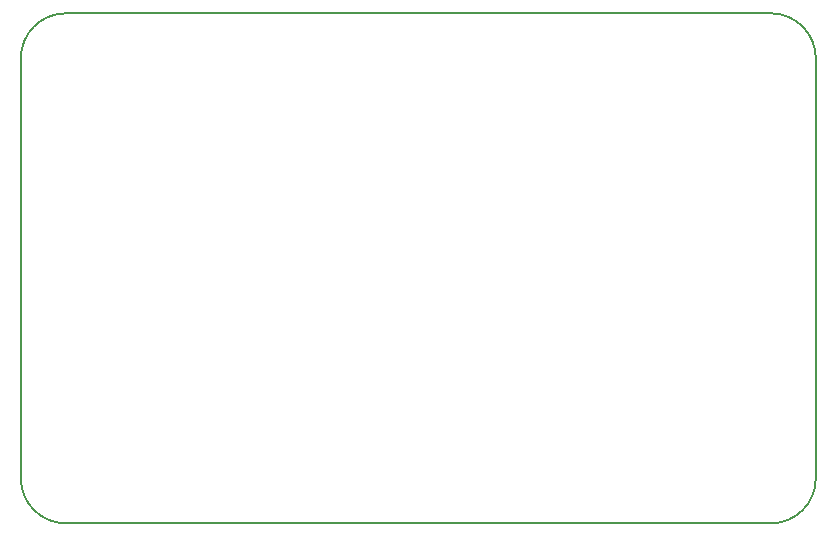
<source format=gbr>
G04 #@! TF.GenerationSoftware,KiCad,Pcbnew,(5.1.4-0-10_14)*
G04 #@! TF.CreationDate,2019-09-24T21:23:23-07:00*
G04 #@! TF.ProjectId,CCS_Load_x2,4343535f-4c6f-4616-945f-78322e6b6963,2.0*
G04 #@! TF.SameCoordinates,Original*
G04 #@! TF.FileFunction,Profile,NP*
%FSLAX46Y46*%
G04 Gerber Fmt 4.6, Leading zero omitted, Abs format (unit mm)*
G04 Created by KiCad (PCBNEW (5.1.4-0-10_14)) date 2019-09-24 21:23:23*
%MOMM*%
%LPD*%
G04 APERTURE LIST*
%ADD10C,0.150000*%
G04 APERTURE END LIST*
D10*
X113030000Y-129540000D02*
X113030000Y-93980000D01*
X180340000Y-95250000D02*
X180340000Y-93980000D01*
X180340000Y-129540000D02*
X180340000Y-95250000D01*
X116840000Y-133350000D02*
X176530000Y-133350000D01*
X116840000Y-90170000D02*
X176530000Y-90170000D01*
X116840000Y-133350000D02*
G75*
G02X113030000Y-129540000I0J3810000D01*
G01*
X180340000Y-129540000D02*
G75*
G02X176530000Y-133350000I-3810000J0D01*
G01*
X176530000Y-90170000D02*
G75*
G02X180340000Y-93980000I0J-3810000D01*
G01*
X113030000Y-93980000D02*
G75*
G02X116840000Y-90170000I3810000J0D01*
G01*
M02*

</source>
